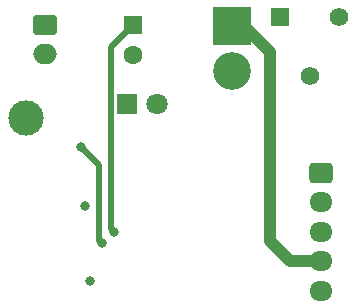
<source format=gbr>
%TF.GenerationSoftware,KiCad,Pcbnew,7.0.9-7.0.9~ubuntu22.04.1*%
%TF.CreationDate,2023-12-14T14:14:35+03:00*%
%TF.ProjectId,main-module,6d61696e-2d6d-46f6-9475-6c652e6b6963,rev?*%
%TF.SameCoordinates,Original*%
%TF.FileFunction,Copper,L2,Inr*%
%TF.FilePolarity,Positive*%
%FSLAX46Y46*%
G04 Gerber Fmt 4.6, Leading zero omitted, Abs format (unit mm)*
G04 Created by KiCad (PCBNEW 7.0.9-7.0.9~ubuntu22.04.1) date 2023-12-14 14:14:35*
%MOMM*%
%LPD*%
G01*
G04 APERTURE LIST*
G04 Aperture macros list*
%AMRoundRect*
0 Rectangle with rounded corners*
0 $1 Rounding radius*
0 $2 $3 $4 $5 $6 $7 $8 $9 X,Y pos of 4 corners*
0 Add a 4 corners polygon primitive as box body*
4,1,4,$2,$3,$4,$5,$6,$7,$8,$9,$2,$3,0*
0 Add four circle primitives for the rounded corners*
1,1,$1+$1,$2,$3*
1,1,$1+$1,$4,$5*
1,1,$1+$1,$6,$7*
1,1,$1+$1,$8,$9*
0 Add four rect primitives between the rounded corners*
20,1,$1+$1,$2,$3,$4,$5,0*
20,1,$1+$1,$4,$5,$6,$7,0*
20,1,$1+$1,$6,$7,$8,$9,0*
20,1,$1+$1,$8,$9,$2,$3,0*%
G04 Aperture macros list end*
%TA.AperFunction,ComponentPad*%
%ADD10RoundRect,0.250000X-0.725000X0.600000X-0.725000X-0.600000X0.725000X-0.600000X0.725000X0.600000X0*%
%TD*%
%TA.AperFunction,ComponentPad*%
%ADD11O,1.950000X1.700000*%
%TD*%
%TA.AperFunction,ComponentPad*%
%ADD12R,3.200000X3.200000*%
%TD*%
%TA.AperFunction,ComponentPad*%
%ADD13O,3.200000X3.200000*%
%TD*%
%TA.AperFunction,ComponentPad*%
%ADD14R,1.560000X1.560000*%
%TD*%
%TA.AperFunction,ComponentPad*%
%ADD15C,1.560000*%
%TD*%
%TA.AperFunction,ComponentPad*%
%ADD16R,1.600000X1.600000*%
%TD*%
%TA.AperFunction,ComponentPad*%
%ADD17C,1.600000*%
%TD*%
%TA.AperFunction,ComponentPad*%
%ADD18C,3.000000*%
%TD*%
%TA.AperFunction,ComponentPad*%
%ADD19R,1.800000X1.800000*%
%TD*%
%TA.AperFunction,ComponentPad*%
%ADD20C,1.800000*%
%TD*%
%TA.AperFunction,ComponentPad*%
%ADD21RoundRect,0.250000X-0.750000X0.600000X-0.750000X-0.600000X0.750000X-0.600000X0.750000X0.600000X0*%
%TD*%
%TA.AperFunction,ComponentPad*%
%ADD22O,2.000000X1.700000*%
%TD*%
%TA.AperFunction,ViaPad*%
%ADD23C,0.800000*%
%TD*%
%TA.AperFunction,Conductor*%
%ADD24C,0.500000*%
%TD*%
%TA.AperFunction,Conductor*%
%ADD25C,1.000000*%
%TD*%
G04 APERTURE END LIST*
D10*
%TO.N,Net-(T1-AA)*%
%TO.C,T1*%
X172550000Y-75687500D03*
D11*
%TO.N,Net-(T1-AB)*%
X172550000Y-78187500D03*
%TO.N,Net-(T1-SA)*%
X172550000Y-80687500D03*
%TO.N,VPP*%
X172550000Y-83187500D03*
%TO.N,Net-(T1-SB)*%
X172550000Y-85687500D03*
%TD*%
D12*
%TO.N,VPP*%
%TO.C,D4*%
X164950000Y-63315000D03*
D13*
%TO.N,GND1*%
X164950000Y-67125000D03*
%TD*%
D14*
%TO.N,Net-(D6-+)*%
%TO.C,RV2*%
X169050000Y-62547500D03*
D15*
%TO.N,/TL494_FEEDBACK*%
X171550000Y-67547500D03*
%TO.N,GND1*%
X174050000Y-62547500D03*
%TD*%
D16*
%TO.N,VPP*%
%TO.C,C18*%
X156550000Y-63205121D03*
D17*
%TO.N,GND1*%
X156550000Y-65705121D03*
%TD*%
D18*
%TO.N,GND1*%
%TO.C,TP5*%
X147550000Y-71087500D03*
%TD*%
D19*
%TO.N,GND1*%
%TO.C,D5*%
X156075000Y-69887500D03*
D20*
%TO.N,Net-(D5-A)*%
X158615000Y-69887500D03*
%TD*%
D21*
%TO.N,VPP*%
%TO.C,J4*%
X149150000Y-63187500D03*
D22*
%TO.N,GND1*%
X149150000Y-65687500D03*
%TD*%
D23*
%TO.N,Net-(U11-IN-)*%
X152950000Y-84887500D03*
%TO.N,Net-(U12-IN-)*%
X153950000Y-81687500D03*
X152150000Y-73487500D03*
%TO.N,VPP*%
X154950000Y-80687500D03*
%TO.N,/TL494_FEEDBACK*%
X152550000Y-78487500D03*
%TD*%
D24*
%TO.N,Net-(U12-IN-)*%
X152150000Y-73487500D02*
X153750000Y-75087500D01*
X153750000Y-81487500D02*
X153950000Y-81687500D01*
X153750000Y-75087500D02*
X153750000Y-81487500D01*
%TO.N,VPP*%
X154725000Y-80462500D02*
X154725000Y-65030121D01*
X154950000Y-80687500D02*
X154725000Y-80462500D01*
X154725000Y-65030121D02*
X156550000Y-63205121D01*
D25*
X168150000Y-81487500D02*
X168150000Y-65487500D01*
X168150000Y-65487500D02*
X165977500Y-63315000D01*
X169850000Y-83187500D02*
X168150000Y-81487500D01*
X172550000Y-83187500D02*
X169850000Y-83187500D01*
%TD*%
M02*

</source>
